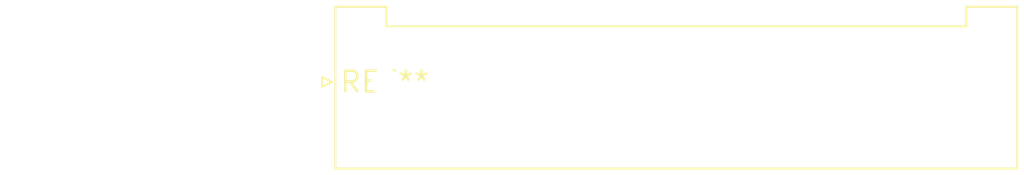
<source format=kicad_pcb>
(kicad_pcb (version 20240108) (generator pcbnew)
  (layers (0 "F.Cu" signal) (31 "B.Cu" signal) (34 "B.Paste" user) (35 "F.Paste" user) (36 "B.SilkS" user "B.Silkscreen") (37 "F.SilkS" user "F.Silkscreen") (38 "B.Mask" user) (39 "F.Mask" user) (44 "Edge.Cuts" user))
  (net 0 "")
  (footprint "JST_VH_B10P-VH-FB-B_1x10_P3.96mm_Vertical" (layer "F.Cu") (at 0 0)
    (property "Reference" "REF**")
    (property "Value" "JST_VH_B10P-VH-FB-B_1x10_P3.96mm_Vertical")
    (fp_line (start -3.83 -0.3) (end -3.23 0) (layer "F.SilkS") (stroke (width 0.12)))
    (fp_line (start -3.83 0.3) (end -3.83 -0.3) (layer "F.SilkS") (stroke (width 0.12)))
    (fp_line (start -3.23 0) (end -3.83 0.3) (layer "F.SilkS") (stroke (width 0.12)))
    (fp_line (start -3.03 -4.61) (end 0.09 -4.61) (layer "F.SilkS") (stroke (width 0.12)))
    (fp_line (start -3.03 5.31) (end -3.03 -4.61) (layer "F.SilkS") (stroke (width 0.12)))
    (fp_line (start 0.09 -4.61) (end 0.09 -3.41) (layer "F.SilkS") (stroke (width 0.12)))
    (fp_line (start 0.09 -3.41) (end 35.55 -3.41) (layer "F.SilkS") (stroke (width 0.12)))
    (fp_line (start 35.55 -4.61) (end 38.67 -4.61) (layer "F.SilkS") (stroke (width 0.12)))
    (fp_line (start 35.55 -3.41) (end 35.55 -4.61) (layer "F.SilkS") (stroke (width 0.12)))
    (fp_line (start 38.67 -4.61) (end 38.67 5.31) (layer "F.SilkS") (stroke (width 0.12)))
    (fp_line (start 38.67 5.31) (end -3.03 5.31) (layer "F.SilkS") (stroke (width 0.12)))
    (pad "" np_thru_hole circle (at -1.5 -3.4) (size 1.45 1.45) (drill 1.45) (layers *.Cu *.Mask))
    (pad "1" thru_hole roundrect (at 0 0) (size 2.7 2.7) (drill 1.7) (layers *.Cu *.Mask) (remove_unused_layers) (roundrect_rratio 0.092593))
    (pad "2" thru_hole circle (at 3.96 0) (size 2.7 2.7) (drill 1.7) (layers *.Cu *.Mask) (remove_unused_layers))
    (pad "3" thru_hole circle (at 7.92 0) (size 2.7 2.7) (drill 1.7) (layers *.Cu *.Mask) (remove_unused_layers))
    (pad "4" thru_hole circle (at 11.88 0) (size 2.7 2.7) (drill 1.7) (layers *.Cu *.Mask) (remove_unused_layers))
    (pad "5" thru_hole circle (at 15.84 0) (size 2.7 2.7) (drill 1.7) (layers *.Cu *.Mask) (remove_unused_layers))
    (pad "6" thru_hole circle (at 19.8 0) (size 2.7 2.7) (drill 1.7) (layers *.Cu *.Mask) (remove_unused_layers))
    (pad "7" thru_hole circle (at 23.76 0) (size 2.7 2.7) (drill 1.7) (layers *.Cu *.Mask) (remove_unused_layers))
    (pad "8" thru_hole circle (at 27.72 0) (size 2.7 2.7) (drill 1.7) (layers *.Cu *.Mask) (remove_unused_layers))
    (pad "9" thru_hole circle (at 31.68 0) (size 2.7 2.7) (drill 1.7) (layers *.Cu *.Mask) (remove_unused_layers))
    (pad "10" thru_hole circle (at 35.64 0) (size 2.7 2.7) (drill 1.7) (layers *.Cu *.Mask) (remove_unused_layers))
  )
)
</source>
